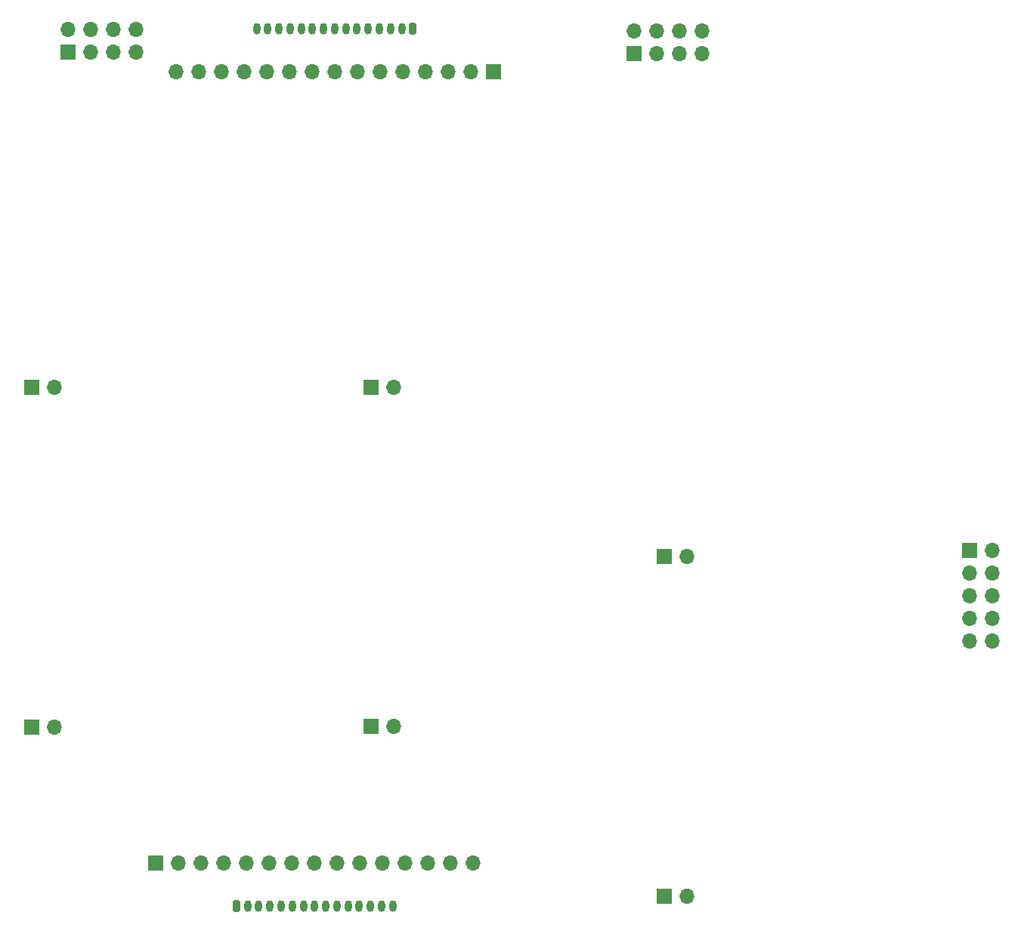
<source format=gbr>
%TF.GenerationSoftware,KiCad,Pcbnew,7.0.9*%
%TF.CreationDate,2023-12-28T17:43:22+09:00*%
%TF.ProjectId,arcade_input_panel_support,61726361-6465-45f6-996e-7075745f7061,2*%
%TF.SameCoordinates,PX2246a88PY7fa82d0*%
%TF.FileFunction,Soldermask,Top*%
%TF.FilePolarity,Negative*%
%FSLAX46Y46*%
G04 Gerber Fmt 4.6, Leading zero omitted, Abs format (unit mm)*
G04 Created by KiCad (PCBNEW 7.0.9) date 2023-12-28 17:43:22*
%MOMM*%
%LPD*%
G01*
G04 APERTURE LIST*
G04 Aperture macros list*
%AMRoundRect*
0 Rectangle with rounded corners*
0 $1 Rounding radius*
0 $2 $3 $4 $5 $6 $7 $8 $9 X,Y pos of 4 corners*
0 Add a 4 corners polygon primitive as box body*
4,1,4,$2,$3,$4,$5,$6,$7,$8,$9,$2,$3,0*
0 Add four circle primitives for the rounded corners*
1,1,$1+$1,$2,$3*
1,1,$1+$1,$4,$5*
1,1,$1+$1,$6,$7*
1,1,$1+$1,$8,$9*
0 Add four rect primitives between the rounded corners*
20,1,$1+$1,$2,$3,$4,$5,0*
20,1,$1+$1,$4,$5,$6,$7,0*
20,1,$1+$1,$6,$7,$8,$9,0*
20,1,$1+$1,$8,$9,$2,$3,0*%
G04 Aperture macros list end*
%ADD10R,1.700000X1.700000*%
%ADD11O,1.700000X1.700000*%
%ADD12RoundRect,0.200000X-0.200000X-0.450000X0.200000X-0.450000X0.200000X0.450000X-0.200000X0.450000X0*%
%ADD13O,0.800000X1.300000*%
%ADD14RoundRect,0.200000X0.200000X0.450000X-0.200000X0.450000X-0.200000X-0.450000X0.200000X-0.450000X0*%
G04 APERTURE END LIST*
D10*
%TO.C,J4*%
X20955000Y7493000D03*
D11*
X23495000Y7493000D03*
X26035000Y7493000D03*
X28575000Y7493000D03*
X31115000Y7493000D03*
X33655000Y7493000D03*
X36195000Y7493000D03*
X38735000Y7493000D03*
X41275000Y7493000D03*
X43815000Y7493000D03*
X46355000Y7493000D03*
X48895000Y7493000D03*
X51435000Y7493000D03*
X53975000Y7493000D03*
X56515000Y7493000D03*
%TD*%
D10*
%TO.C,J12*%
X77978000Y41910000D03*
D11*
X80518000Y41910000D03*
%TD*%
D10*
%TO.C,J14*%
X11176000Y98425000D03*
D11*
X11176000Y100965000D03*
X13716000Y98425000D03*
X13716000Y100965000D03*
X16256000Y98425000D03*
X16256000Y100965000D03*
X18796000Y98425000D03*
X18796000Y100965000D03*
%TD*%
D10*
%TO.C,J15*%
X74549000Y98298000D03*
D11*
X74549000Y100838000D03*
X77089000Y98298000D03*
X77089000Y100838000D03*
X79629000Y98298000D03*
X79629000Y100838000D03*
X82169000Y98298000D03*
X82169000Y100838000D03*
%TD*%
D10*
%TO.C,J3*%
X58801000Y96266000D03*
D11*
X56261000Y96266000D03*
X53721000Y96266000D03*
X51181000Y96266000D03*
X48641000Y96266000D03*
X46101000Y96266000D03*
X43561000Y96266000D03*
X41021000Y96266000D03*
X38481000Y96266000D03*
X35941000Y96266000D03*
X33401000Y96266000D03*
X30861000Y96266000D03*
X28321000Y96266000D03*
X25781000Y96266000D03*
X23241000Y96266000D03*
%TD*%
D10*
%TO.C,J10*%
X7112000Y60833000D03*
D11*
X9652000Y60833000D03*
%TD*%
D10*
%TO.C,J8*%
X7112000Y22733000D03*
D11*
X9652000Y22733000D03*
%TD*%
D10*
%TO.C,J11*%
X45085000Y60833000D03*
D11*
X47625000Y60833000D03*
%TD*%
D12*
%TO.C,J2*%
X30025000Y2692400D03*
D13*
X31275000Y2692400D03*
X32525000Y2692400D03*
X33775000Y2692400D03*
X35025000Y2692400D03*
X36275000Y2692400D03*
X37525000Y2692400D03*
X38775000Y2692400D03*
X40025000Y2692400D03*
X41275000Y2692400D03*
X42525000Y2692400D03*
X43775000Y2692400D03*
X45025000Y2692400D03*
X46275000Y2692400D03*
X47525000Y2692400D03*
%TD*%
D14*
%TO.C,J1*%
X49784000Y101092000D03*
D13*
X48534000Y101092000D03*
X47284000Y101092000D03*
X46034000Y101092000D03*
X44784000Y101092000D03*
X43534000Y101092000D03*
X42284000Y101092000D03*
X41034000Y101092000D03*
X39784000Y101092000D03*
X38534000Y101092000D03*
X37284000Y101092000D03*
X36034000Y101092000D03*
X34784000Y101092000D03*
X33534000Y101092000D03*
X32284000Y101092000D03*
%TD*%
D10*
%TO.C,J13*%
X77978000Y3810000D03*
D11*
X80518000Y3810000D03*
%TD*%
D10*
%TO.C,J7*%
X112141000Y42545000D03*
D11*
X114681000Y42545000D03*
X112141000Y40005000D03*
X114681000Y40005000D03*
X112141000Y37465000D03*
X114681000Y37465000D03*
X112141000Y34925000D03*
X114681000Y34925000D03*
X112141000Y32385000D03*
X114681000Y32385000D03*
%TD*%
D10*
%TO.C,J9*%
X45085000Y22860000D03*
D11*
X47625000Y22860000D03*
%TD*%
M02*

</source>
